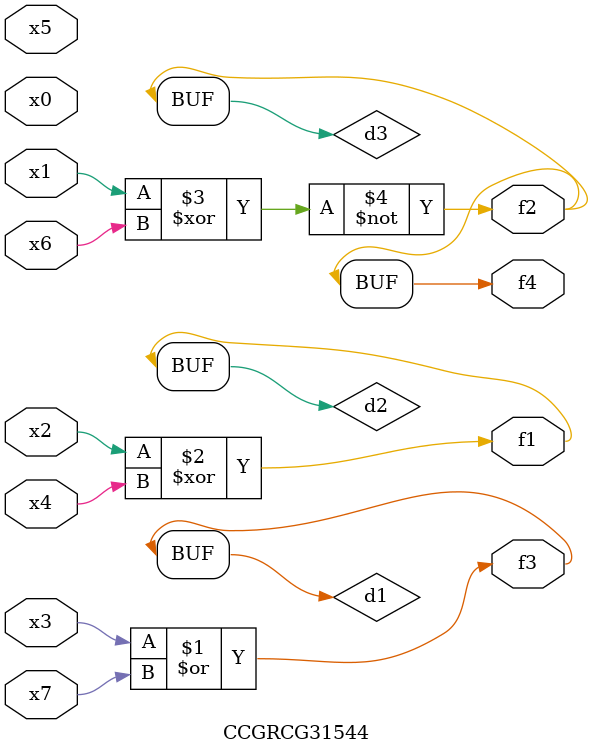
<source format=v>
module CCGRCG31544(
	input x0, x1, x2, x3, x4, x5, x6, x7,
	output f1, f2, f3, f4
);

	wire d1, d2, d3;

	or (d1, x3, x7);
	xor (d2, x2, x4);
	xnor (d3, x1, x6);
	assign f1 = d2;
	assign f2 = d3;
	assign f3 = d1;
	assign f4 = d3;
endmodule

</source>
